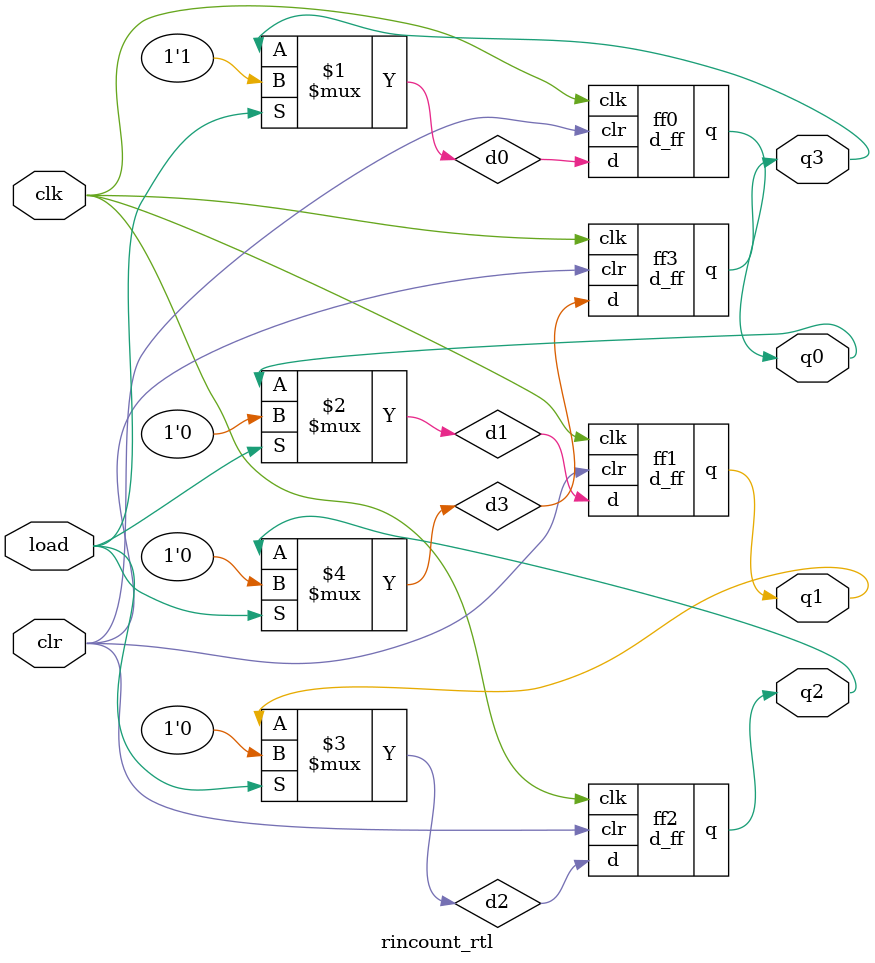
<source format=sv>
`timescale 1ns / 1ps

module d_ff(
 input d,
 input clk,
 input clr,
 output reg q
    );
    
    
    always @(posedge clk)
    begin
    if (clr == 1'b1)
    q <= 1'b0;
    else
    q <= d;
   end 
endmodule


module rincount_rtl(
    input clk,
    input clr,
    input load,
    output wire q0, q1, q2, q3
);

    wire d0, d1, d2, d3;

    assign d0 = load ? 1'b1 : q3;
    assign d1 = load ? 1'b0 : q0;
    assign d2 = load ? 1'b0 : q1;
    assign d3 = load ? 1'b0 : q2;

    d_ff ff0 (.d(d0), .clk(clk), .clr(clr), .q(q0));
    d_ff ff1 (.d(d1), .clk(clk), .clr(clr), .q(q1));
    d_ff ff2 (.d(d2), .clk(clk), .clr(clr), .q(q2));
    d_ff ff3 (.d(d3), .clk(clk), .clr(clr), .q(q3));

endmodule
</source>
